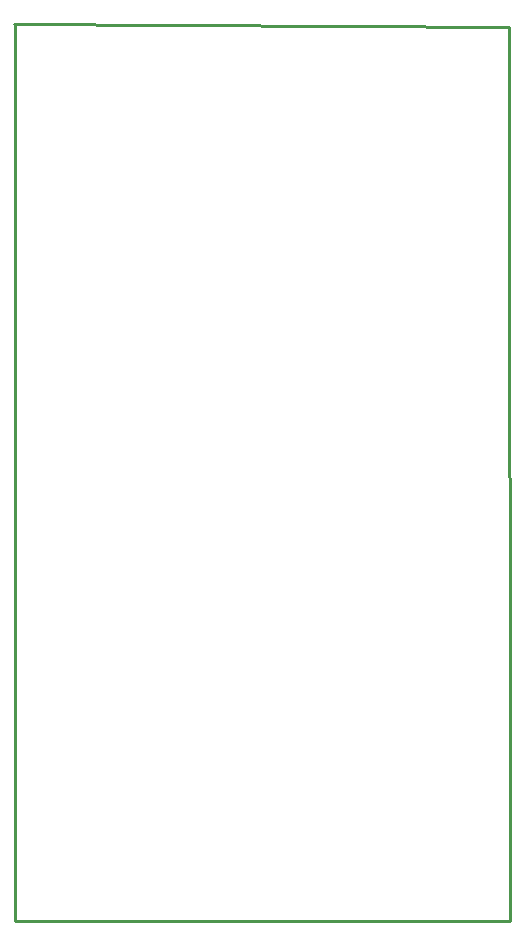
<source format=gko>
G04 Layer: BoardOutlineLayer*
G04 EasyEDA v6.5.46, 2024-09-10 22:46:53*
G04 6bf7ea893d134d4dbbe6a9747e45571a,df7e7e3c38a3447abd37b529b333d242,10*
G04 Gerber Generator version 0.2*
G04 Scale: 100 percent, Rotated: No, Reflected: No *
G04 Dimensions in millimeters *
G04 leading zeros omitted , absolute positions ,4 integer and 5 decimal *
%FSLAX45Y45*%
%MOMM*%

%ADD10C,0.2540*%
D10*
X520700Y6858000D02*
G01*
X4711700Y6832600D01*
X4724400Y-736600D01*
X533400Y-736600D01*
X533400Y6858000D01*
X520700Y6858000D01*

%LPD*%
M02*

</source>
